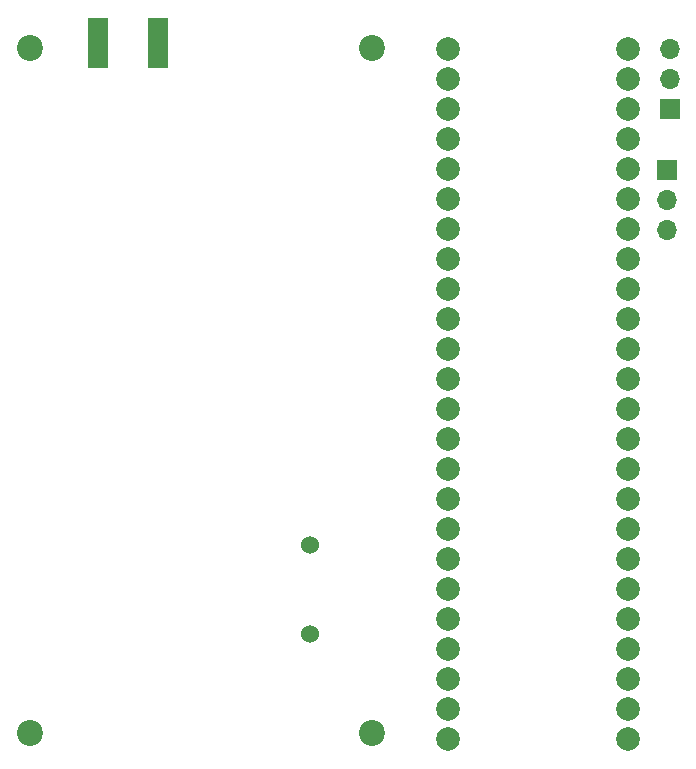
<source format=gbr>
%TF.GenerationSoftware,KiCad,Pcbnew,8.0.2-1*%
%TF.CreationDate,2024-12-19T12:34:36-05:00*%
%TF.ProjectId,low_power_module,6c6f775f-706f-4776-9572-5f6d6f64756c,rev?*%
%TF.SameCoordinates,Original*%
%TF.FileFunction,Soldermask,Bot*%
%TF.FilePolarity,Negative*%
%FSLAX46Y46*%
G04 Gerber Fmt 4.6, Leading zero omitted, Abs format (unit mm)*
G04 Created by KiCad (PCBNEW 8.0.2-1) date 2024-12-19 12:34:36*
%MOMM*%
%LPD*%
G01*
G04 APERTURE LIST*
G04 Aperture macros list*
%AMRoundRect*
0 Rectangle with rounded corners*
0 $1 Rounding radius*
0 $2 $3 $4 $5 $6 $7 $8 $9 X,Y pos of 4 corners*
0 Add a 4 corners polygon primitive as box body*
4,1,4,$2,$3,$4,$5,$6,$7,$8,$9,$2,$3,0*
0 Add four circle primitives for the rounded corners*
1,1,$1+$1,$2,$3*
1,1,$1+$1,$4,$5*
1,1,$1+$1,$6,$7*
1,1,$1+$1,$8,$9*
0 Add four rect primitives between the rounded corners*
20,1,$1+$1,$2,$3,$4,$5,0*
20,1,$1+$1,$4,$5,$6,$7,0*
20,1,$1+$1,$6,$7,$8,$9,0*
20,1,$1+$1,$8,$9,$2,$3,0*%
G04 Aperture macros list end*
%ADD10C,2.200000*%
%ADD11C,1.524000*%
%ADD12R,1.700000X1.700000*%
%ADD13O,1.700000X1.700000*%
%ADD14C,2.000000*%
%ADD15RoundRect,0.101600X-0.762000X-2.032000X0.762000X-2.032000X0.762000X2.032000X-0.762000X2.032000X0*%
G04 APERTURE END LIST*
D10*
%TO.C,H3*%
X111300000Y-126150000D03*
%TD*%
D11*
%TO.C,BZ1*%
X135000000Y-117750000D03*
X135000000Y-110250000D03*
%TD*%
D10*
%TO.C,H2*%
X140300000Y-68150000D03*
%TD*%
D12*
%TO.C,J3*%
X165300000Y-78470000D03*
D13*
X165300000Y-81010000D03*
X165300000Y-83550000D03*
%TD*%
D14*
%TO.C,Teensy4.1*%
X146760000Y-70750000D03*
X146760000Y-73290000D03*
X146760000Y-75830000D03*
X146760000Y-78370000D03*
X146760000Y-103770000D03*
X162000000Y-73290000D03*
X146760000Y-80910000D03*
X146760000Y-83450000D03*
X162000000Y-68210000D03*
X146760000Y-85990000D03*
X146760000Y-88530000D03*
X146760000Y-91070000D03*
X146760000Y-93610000D03*
X146760000Y-96150000D03*
X146760000Y-98690000D03*
X146760000Y-101230000D03*
X162000000Y-101230000D03*
X162000000Y-98690000D03*
X162000000Y-96150000D03*
X162000000Y-93610000D03*
X162000000Y-91070000D03*
X162000000Y-88530000D03*
X162000000Y-85990000D03*
X162000000Y-83450000D03*
X162000000Y-80910000D03*
X162000000Y-78370000D03*
X162000000Y-75830000D03*
X146760000Y-106310000D03*
X146760000Y-108850000D03*
X146760000Y-111390000D03*
X146760000Y-113930000D03*
X146760000Y-116470000D03*
X146760000Y-119010000D03*
X146760000Y-121550000D03*
X146760000Y-124090000D03*
X146760000Y-126630000D03*
X162000000Y-126630000D03*
X162000000Y-124090000D03*
X162000000Y-121550000D03*
X162000000Y-119010000D03*
X162000000Y-116470000D03*
X162000000Y-113930000D03*
X162000000Y-111390000D03*
X162000000Y-108850000D03*
X162000000Y-106310000D03*
X146760000Y-68210000D03*
X162000000Y-70750000D03*
X162000000Y-103770000D03*
%TD*%
D10*
%TO.C,H4*%
X140300000Y-126150000D03*
%TD*%
D15*
%TO.C,J1*%
X122200000Y-67750000D03*
X117120000Y-67750000D03*
%TD*%
D12*
%TO.C,J2*%
X165500000Y-73330000D03*
D13*
X165500000Y-70790000D03*
X165500000Y-68250000D03*
%TD*%
D10*
%TO.C,H1*%
X111300000Y-68150000D03*
%TD*%
M02*

</source>
